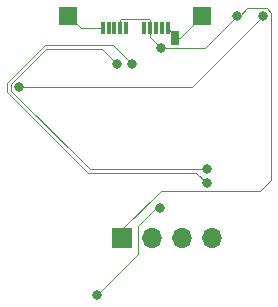
<source format=gbr>
%TF.GenerationSoftware,KiCad,Pcbnew,7.0.6*%
%TF.CreationDate,2023-08-15T22:29:44+09:00*%
%TF.ProjectId,CAN,43414e2e-6b69-4636-9164-5f7063625858,X1*%
%TF.SameCoordinates,Original*%
%TF.FileFunction,Copper,L2,Bot*%
%TF.FilePolarity,Positive*%
%FSLAX46Y46*%
G04 Gerber Fmt 4.6, Leading zero omitted, Abs format (unit mm)*
G04 Created by KiCad (PCBNEW 7.0.6) date 2023-08-15 22:29:44*
%MOMM*%
%LPD*%
G01*
G04 APERTURE LIST*
%TA.AperFunction,SMDPad,CuDef*%
%ADD10R,0.380000X1.000000*%
%TD*%
%TA.AperFunction,SMDPad,CuDef*%
%ADD11R,0.700000X1.150000*%
%TD*%
%TA.AperFunction,ComponentPad*%
%ADD12R,1.700000X1.700000*%
%TD*%
%TA.AperFunction,ComponentPad*%
%ADD13O,1.700000X1.700000*%
%TD*%
%TA.AperFunction,SMDPad,CuDef*%
%ADD14R,1.500000X1.500000*%
%TD*%
%TA.AperFunction,ViaPad*%
%ADD15C,0.800000*%
%TD*%
%TA.AperFunction,Conductor*%
%ADD16C,0.125000*%
%TD*%
G04 APERTURE END LIST*
D10*
%TO.P,P1,B1,GND*%
%TO.N,GND*%
X77980000Y-88414000D03*
%TO.P,P1,B2*%
%TO.N,N/C*%
X77480000Y-88414000D03*
%TO.P,P1,B3*%
X76980000Y-88414000D03*
%TO.P,P1,B4,VBUS*%
%TO.N,VBUS*%
X76480000Y-88414000D03*
%TO.P,P1,B5,VCONN*%
%TO.N,unconnected-(P1-VCONN-PadB5)*%
X75980000Y-88414000D03*
%TO.P,P1,B8*%
%TO.N,N/C*%
X74480000Y-88414000D03*
%TO.P,P1,B9,VBUS*%
%TO.N,VBUS*%
X73980000Y-88414000D03*
%TO.P,P1,B10*%
%TO.N,N/C*%
X73480000Y-88414000D03*
%TO.P,P1,B11*%
X72980000Y-88414000D03*
%TO.P,P1,B12,GND*%
%TO.N,GND*%
X72480000Y-88414000D03*
D11*
%TO.P,P1,S1,SHIELD*%
X78650000Y-89254000D03*
%TD*%
D12*
%TO.P,J1,1,Pin_1*%
%TO.N,VBUS*%
X74150000Y-106200000D03*
D13*
%TO.P,J1,2,Pin_2*%
%TO.N,CAN_H*%
X76690000Y-106200000D03*
%TO.P,J1,3,Pin_3*%
%TO.N,CAN_L*%
X79230000Y-106200000D03*
%TO.P,J1,4,Pin_4*%
%TO.N,GND*%
X81770000Y-106200000D03*
%TD*%
D14*
%TO.P,TP2,1,1*%
%TO.N,GND*%
X69530000Y-87374000D03*
%TD*%
%TO.P,TP4,1,1*%
%TO.N,GND*%
X80930000Y-87374000D03*
%TD*%
D15*
%TO.N,GND*%
X80930000Y-87374000D03*
X69530000Y-87374000D03*
%TO.N,+3V3*%
X65405000Y-93424000D03*
X86095000Y-87390000D03*
%TO.N,VBUS*%
X77442500Y-90091500D03*
X83820000Y-87390000D03*
%TO.N,/D+*%
X73660000Y-91454000D03*
X81280000Y-100344000D03*
%TO.N,/D-*%
X81280000Y-101524498D03*
X74930000Y-91454000D03*
%TO.N,/TERM*%
X72000000Y-111000000D03*
X77300000Y-103673000D03*
%TD*%
D16*
%TO.N,GND*%
X79050000Y-89254000D02*
X80930000Y-87374000D01*
X69530000Y-87374000D02*
X69614352Y-87374000D01*
X72456033Y-88437967D02*
X72480000Y-88414000D01*
X78650000Y-89084000D02*
X77980000Y-88414000D01*
X78650000Y-89254000D02*
X78650000Y-89084000D01*
X69614352Y-87374000D02*
X70678319Y-88437967D01*
X78650000Y-89254000D02*
X79050000Y-89254000D01*
X70678319Y-88437967D02*
X72456033Y-88437967D01*
%TO.N,+3V3*%
X80061000Y-93424000D02*
X65405000Y-93424000D01*
X86095000Y-87390000D02*
X80061000Y-93424000D01*
%TO.N,VBUS*%
X83820000Y-87390000D02*
X81118500Y-90091500D01*
X86757500Y-101242500D02*
X86757500Y-87115583D01*
X74150000Y-106200000D02*
X74150000Y-105450000D01*
X85813002Y-102186998D02*
X86757500Y-101242500D01*
X84738000Y-86727500D02*
X84075500Y-87390000D01*
X77413002Y-102186998D02*
X85813002Y-102186998D01*
X76425000Y-87644000D02*
X74035000Y-87644000D01*
X84075500Y-87390000D02*
X83820000Y-87390000D01*
X74150000Y-105450000D02*
X77413002Y-102186998D01*
X76480000Y-88414000D02*
X76480000Y-87699000D01*
X73980000Y-87699000D02*
X73980000Y-88414000D01*
X76480000Y-87699000D02*
X76425000Y-87644000D01*
X76480000Y-89129000D02*
X76480000Y-88414000D01*
X74035000Y-87644000D02*
X73980000Y-87699000D01*
X86757500Y-87115583D02*
X86369417Y-86727500D01*
X77442500Y-90091500D02*
X76480000Y-89129000D01*
X86369417Y-86727500D02*
X84738000Y-86727500D01*
X81118500Y-90091500D02*
X77442500Y-90091500D01*
%TO.N,/D+*%
X73660000Y-91454000D02*
X72390000Y-90184000D01*
X64742500Y-93698417D02*
X71388083Y-100344000D01*
X72390000Y-90184000D02*
X67708083Y-90184000D01*
X64742500Y-93149583D02*
X64742500Y-93698417D01*
X71388083Y-100344000D02*
X81280000Y-100344000D01*
X67708083Y-90184000D02*
X64742500Y-93149583D01*
%TO.N,/D-*%
X71253464Y-100669000D02*
X80424502Y-100669000D01*
X64417500Y-93014964D02*
X64417500Y-93833037D01*
X64417500Y-93833037D02*
X71253464Y-100669000D01*
X67573463Y-89859000D02*
X64417500Y-93014964D01*
X80424502Y-100669000D02*
X81280000Y-101524498D01*
X73335000Y-89859000D02*
X67573463Y-89859000D01*
X74930000Y-91454000D02*
X73335000Y-89859000D01*
%TO.N,/TERM*%
X77027000Y-103673000D02*
X77300000Y-103673000D01*
X75500000Y-105200000D02*
X77027000Y-103673000D01*
X75500000Y-107500000D02*
X75500000Y-105200000D01*
X72000000Y-111000000D02*
X75500000Y-107500000D01*
%TD*%
M02*

</source>
